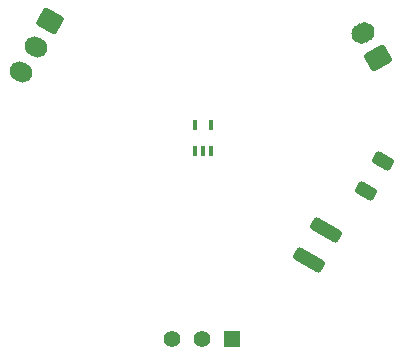
<source format=gbr>
%TF.GenerationSoftware,KiCad,Pcbnew,(6.0.8-1)-1*%
%TF.CreationDate,2022-11-30T21:47:03-05:00*%
%TF.ProjectId,Untitled,556e7469-746c-4656-942e-6b696361645f,rev?*%
%TF.SameCoordinates,Original*%
%TF.FileFunction,Soldermask,Bot*%
%TF.FilePolarity,Negative*%
%FSLAX46Y46*%
G04 Gerber Fmt 4.6, Leading zero omitted, Abs format (unit mm)*
G04 Created by KiCad (PCBNEW (6.0.8-1)-1) date 2022-11-30 21:47:03*
%MOMM*%
%LPD*%
G01*
G04 APERTURE LIST*
G04 Aperture macros list*
%AMRoundRect*
0 Rectangle with rounded corners*
0 $1 Rounding radius*
0 $2 $3 $4 $5 $6 $7 $8 $9 X,Y pos of 4 corners*
0 Add a 4 corners polygon primitive as box body*
4,1,4,$2,$3,$4,$5,$6,$7,$8,$9,$2,$3,0*
0 Add four circle primitives for the rounded corners*
1,1,$1+$1,$2,$3*
1,1,$1+$1,$4,$5*
1,1,$1+$1,$6,$7*
1,1,$1+$1,$8,$9*
0 Add four rect primitives between the rounded corners*
20,1,$1+$1,$2,$3,$4,$5,0*
20,1,$1+$1,$4,$5,$6,$7,0*
20,1,$1+$1,$6,$7,$8,$9,0*
20,1,$1+$1,$8,$9,$2,$3,0*%
%AMHorizOval*
0 Thick line with rounded ends*
0 $1 width*
0 $2 $3 position (X,Y) of the first rounded end (center of the circle)*
0 $4 $5 position (X,Y) of the second rounded end (center of the circle)*
0 Add line between two ends*
20,1,$1,$2,$3,$4,$5,0*
0 Add two circle primitives to create the rounded ends*
1,1,$1,$2,$3*
1,1,$1,$4,$5*%
G04 Aperture macros list end*
%ADD10RoundRect,0.087500X0.087500X0.337500X-0.087500X0.337500X-0.087500X-0.337500X0.087500X-0.337500X0*%
%ADD11RoundRect,0.250000X-0.327868X0.882115X-0.927868X-0.157115X0.327868X-0.882115X0.927868X0.157115X0*%
%ADD12HorizOval,1.700000X-0.108253X0.062500X0.108253X-0.062500X0*%
%ADD13R,1.397000X1.397000*%
%ADD14C,1.397000*%
%ADD15RoundRect,0.250000X-0.385016X0.583133X-0.697516X0.041867X0.385016X-0.583133X0.697516X-0.041867X0*%
%ADD16RoundRect,0.250000X-0.790128X0.831458X-1.115128X0.268542X0.790128X-0.831458X1.115128X-0.268542X0*%
%ADD17RoundRect,0.250000X0.949519X-0.144615X0.349519X0.894615X-0.949519X0.144615X-0.349519X-0.894615X0*%
%ADD18HorizOval,1.700000X0.129904X0.075000X-0.129904X-0.075000X0*%
G04 APERTURE END LIST*
D10*
%TO.C,REF\u002A\u002A*%
X104350000Y-59100000D03*
X103700000Y-59100000D03*
X103050000Y-59100000D03*
X103050000Y-56900000D03*
X104350000Y-56900000D03*
%TD*%
D11*
%TO.C,REF\u002A\u002A*%
X90795337Y-48072437D03*
D12*
X89545337Y-50237501D03*
X88295337Y-52402564D03*
%TD*%
D13*
%TO.C,REF\u002A\u002A*%
X106187500Y-75000000D03*
D14*
X103647500Y-75000000D03*
X101107500Y-75000000D03*
%TD*%
D15*
%TO.C,REF\u002A\u002A*%
X118931250Y-59933438D03*
X117468750Y-62466562D03*
%TD*%
D16*
%TO.C,REF\u002A\u002A*%
X114137500Y-65722613D03*
X112662500Y-68277387D03*
%TD*%
D17*
%TO.C,REF\u002A\u002A*%
X118500000Y-51220032D03*
D18*
X117250000Y-49054968D03*
%TD*%
M02*

</source>
